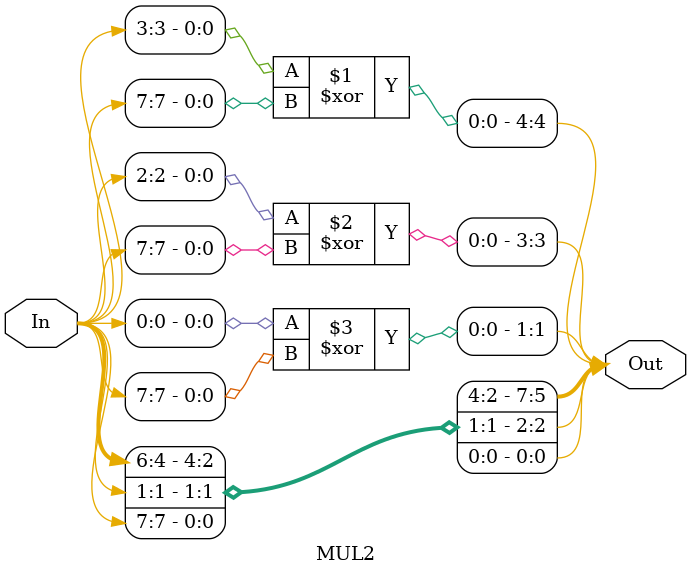
<source format=v>
`timescale 1ns / 1ps

module MUL2(In, Out);
    input [7:0] In;
    output [7:0] Out;

    assign Out[7]=In[6];
    assign Out[6]=In[5];
    assign Out[5]=In[4];
    assign Out[4]=In[3]^In[7];
    assign Out[3]=In[2]^In[7];
    assign Out[2]=In[1];
    assign Out[1]=In[0]^In[7];
    assign Out[0]=In[7];

endmodule
</source>
